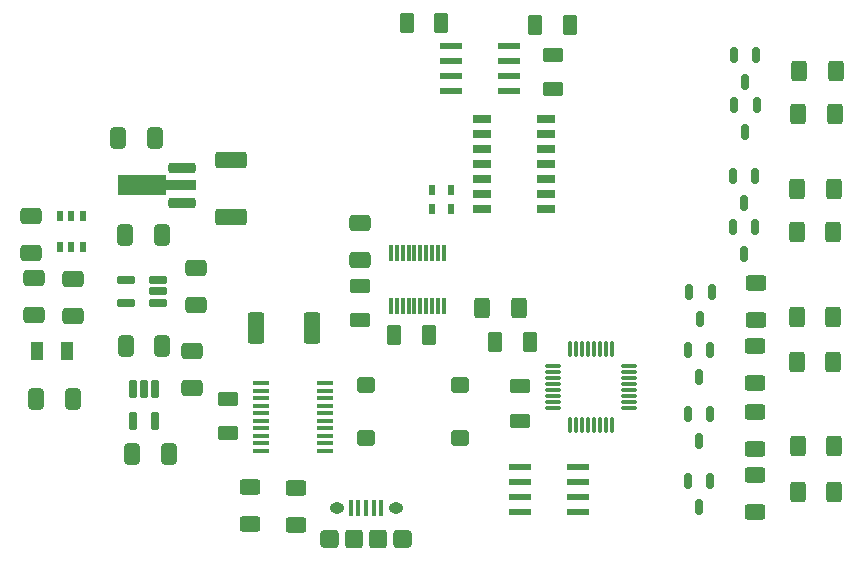
<source format=gbr>
%TF.GenerationSoftware,KiCad,Pcbnew,9.0.4*%
%TF.CreationDate,2025-11-21T01:18:50-06:00*%
%TF.ProjectId,LV Sensor,4c562053-656e-4736-9f72-2e6b69636164,rev?*%
%TF.SameCoordinates,Original*%
%TF.FileFunction,Paste,Top*%
%TF.FilePolarity,Positive*%
%FSLAX46Y46*%
G04 Gerber Fmt 4.6, Leading zero omitted, Abs format (unit mm)*
G04 Created by KiCad (PCBNEW 9.0.4) date 2025-11-21 01:18:50*
%MOMM*%
%LPD*%
G01*
G04 APERTURE LIST*
G04 Aperture macros list*
%AMRoundRect*
0 Rectangle with rounded corners*
0 $1 Rounding radius*
0 $2 $3 $4 $5 $6 $7 $8 $9 X,Y pos of 4 corners*
0 Add a 4 corners polygon primitive as box body*
4,1,4,$2,$3,$4,$5,$6,$7,$8,$9,$2,$3,0*
0 Add four circle primitives for the rounded corners*
1,1,$1+$1,$2,$3*
1,1,$1+$1,$4,$5*
1,1,$1+$1,$6,$7*
1,1,$1+$1,$8,$9*
0 Add four rect primitives between the rounded corners*
20,1,$1+$1,$2,$3,$4,$5,0*
20,1,$1+$1,$4,$5,$6,$7,0*
20,1,$1+$1,$6,$7,$8,$9,0*
20,1,$1+$1,$8,$9,$2,$3,0*%
%AMFreePoly0*
4,1,9,5.362500,-0.866500,1.237500,-0.866500,1.237500,-0.450000,-1.237500,-0.450000,-1.237500,0.450000,1.237500,0.450000,1.237500,0.866500,5.362500,0.866500,5.362500,-0.866500,5.362500,-0.866500,$1*%
G04 Aperture macros list end*
%ADD10O,1.400000X0.299999*%
%ADD11O,0.299999X1.400000*%
%ADD12RoundRect,0.250000X-0.525000X-0.400000X0.525000X-0.400000X0.525000X0.400000X-0.525000X0.400000X0*%
%ADD13RoundRect,0.150000X-0.150000X0.512500X-0.150000X-0.512500X0.150000X-0.512500X0.150000X0.512500X0*%
%ADD14RoundRect,0.250000X-0.400000X-0.625000X0.400000X-0.625000X0.400000X0.625000X-0.400000X0.625000X0*%
%ADD15R,0.300000X1.425000*%
%ADD16RoundRect,0.145000X-0.740000X0.435000X-0.740000X-0.435000X0.740000X-0.435000X0.740000X0.435000X0*%
%ADD17RoundRect,0.145000X0.740000X-0.435000X0.740000X0.435000X-0.740000X0.435000X-0.740000X-0.435000X0*%
%ADD18RoundRect,0.225000X0.925000X0.225000X-0.925000X0.225000X-0.925000X-0.225000X0.925000X-0.225000X0*%
%ADD19FreePoly0,180.000000*%
%ADD20RoundRect,0.250000X-0.650000X0.412500X-0.650000X-0.412500X0.650000X-0.412500X0.650000X0.412500X0*%
%ADD21RoundRect,0.250000X0.625000X-0.400000X0.625000X0.400000X-0.625000X0.400000X-0.625000X-0.400000X0*%
%ADD22R,1.460500X0.355600*%
%ADD23R,0.508000X0.901700*%
%ADD24RoundRect,0.145000X-0.435000X-0.740000X0.435000X-0.740000X0.435000X0.740000X-0.435000X0.740000X0*%
%ADD25R,1.981200X0.558800*%
%ADD26RoundRect,0.250000X0.412500X0.650000X-0.412500X0.650000X-0.412500X-0.650000X0.412500X-0.650000X0*%
%ADD27R,1.000000X1.500000*%
%ADD28RoundRect,0.249999X-0.450001X-1.075001X0.450001X-1.075001X0.450001X1.075001X-0.450001X1.075001X0*%
%ADD29RoundRect,0.250000X-0.412500X-0.650000X0.412500X-0.650000X0.412500X0.650000X-0.412500X0.650000X0*%
%ADD30RoundRect,0.250000X0.650000X-0.412500X0.650000X0.412500X-0.650000X0.412500X-0.650000X-0.412500X0*%
%ADD31R,0.599200X0.954800*%
%ADD32RoundRect,0.162500X-0.162500X0.617500X-0.162500X-0.617500X0.162500X-0.617500X0.162500X0.617500X0*%
%ADD33RoundRect,0.162500X0.617500X0.162500X-0.617500X0.162500X-0.617500X-0.162500X0.617500X-0.162500X0*%
%ADD34RoundRect,0.249999X-1.075001X0.450001X-1.075001X-0.450001X1.075001X-0.450001X1.075001X0.450001X0*%
%ADD35R,1.500000X0.650000*%
%ADD36RoundRect,0.250000X0.400000X0.625000X-0.400000X0.625000X-0.400000X-0.625000X0.400000X-0.625000X0*%
%ADD37O,0.890000X1.550000*%
%ADD38O,1.250000X0.950000*%
%ADD39RoundRect,0.100000X-0.100000X-0.575000X0.100000X-0.575000X0.100000X0.575000X-0.100000X0.575000X0*%
%ADD40RoundRect,0.250000X-0.475000X-0.525000X0.475000X-0.525000X0.475000X0.525000X-0.475000X0.525000X0*%
%ADD41RoundRect,0.250000X-0.500000X-0.525000X0.500000X-0.525000X0.500000X0.525000X-0.500000X0.525000X0*%
G04 APERTURE END LIST*
D10*
%TO.C,U7*%
X202100001Y-86700002D03*
X202100001Y-86200000D03*
X202100001Y-85700001D03*
X202100001Y-85200002D03*
X202100001Y-84700000D03*
X202100001Y-84200002D03*
X202100001Y-83700000D03*
X202100001Y-83200001D03*
D11*
X200650002Y-81750001D03*
X200150000Y-81750001D03*
X199650001Y-81750001D03*
X199150002Y-81750001D03*
X198650000Y-81750001D03*
X198150002Y-81750001D03*
X197650000Y-81750001D03*
X197150001Y-81750001D03*
D10*
X195700001Y-83200001D03*
X195700001Y-83700000D03*
X195700001Y-84200002D03*
X195700001Y-84700000D03*
X195700001Y-85200002D03*
X195700001Y-85700001D03*
X195700001Y-86200000D03*
X195700001Y-86700002D03*
D11*
X197150001Y-88150001D03*
X197650000Y-88150001D03*
X198150002Y-88150001D03*
X198650000Y-88150001D03*
X199150002Y-88150001D03*
X199650001Y-88150001D03*
X200150000Y-88150001D03*
X200650002Y-88150001D03*
%TD*%
D12*
%TO.C,SW1*%
X187780000Y-89250000D03*
X179820000Y-89250000D03*
X187780000Y-84750000D03*
X179820000Y-84750000D03*
%TD*%
D13*
%TO.C,D7*%
X211862500Y-73687500D03*
X210912500Y-71412500D03*
X212812500Y-71412500D03*
%TD*%
D14*
%TO.C,R12*%
X219400000Y-71800000D03*
X216300000Y-71800000D03*
%TD*%
%TO.C,R14*%
X219450000Y-68200000D03*
X216350000Y-68200000D03*
%TD*%
D13*
%TO.C,D8*%
X211862500Y-69337500D03*
X210912500Y-67062500D03*
X212812500Y-67062500D03*
%TD*%
D15*
%TO.C,IC5*%
X181950000Y-78062000D03*
X182450000Y-78062000D03*
X182950000Y-78062000D03*
X183450000Y-78062000D03*
X183950000Y-78062000D03*
X184450000Y-78062000D03*
X184950000Y-78062000D03*
X185450000Y-78062000D03*
X185950000Y-78062000D03*
X186450000Y-78062000D03*
X186450000Y-73638000D03*
X185950000Y-73638000D03*
X185450000Y-73638000D03*
X184950000Y-73638000D03*
X184450000Y-73638000D03*
X183950000Y-73638000D03*
X183450000Y-73638000D03*
X182950000Y-73638000D03*
X182450000Y-73638000D03*
X181950000Y-73638000D03*
%TD*%
D16*
%TO.C,C1*%
X195650000Y-56847000D03*
X195650000Y-59753000D03*
%TD*%
D17*
%TO.C,C17*%
X192900000Y-84897000D03*
X192900000Y-87803000D03*
%TD*%
D18*
%TO.C,IC2*%
X164250000Y-69362500D03*
D19*
X164162500Y-67862500D03*
D18*
X164250000Y-66362500D03*
%TD*%
D20*
%TO.C,C22*%
X151500000Y-70437500D03*
X151500000Y-73562500D03*
%TD*%
D21*
%TO.C,R2*%
X170050000Y-96550001D03*
X170050000Y-93449999D03*
%TD*%
D22*
%TO.C,U3*%
X170925850Y-84642499D03*
X170925850Y-85277500D03*
X170925850Y-85912500D03*
X170925850Y-86547500D03*
X170925850Y-87182501D03*
X170925850Y-87817499D03*
X170925850Y-88452500D03*
X170925850Y-89087500D03*
X170925850Y-89722500D03*
X170925850Y-90357501D03*
X176374150Y-90357501D03*
X176374150Y-89722500D03*
X176374150Y-89087500D03*
X176374150Y-88452500D03*
X176374150Y-87817499D03*
X176374150Y-87182501D03*
X176374150Y-86547500D03*
X176374150Y-85912500D03*
X176374150Y-85277500D03*
X176374150Y-84642499D03*
%TD*%
D23*
%TO.C,U0*%
X155850001Y-70498250D03*
X154900000Y-70498250D03*
X153949999Y-70498250D03*
X153949999Y-73101750D03*
X154900000Y-73101750D03*
X155850001Y-73101750D03*
%TD*%
D13*
%TO.C,D5*%
X212912500Y-61062500D03*
X211012500Y-61062500D03*
X211962500Y-63337500D03*
%TD*%
%TO.C,D6*%
X212900000Y-56862500D03*
X211000000Y-56862500D03*
X211950000Y-59137500D03*
%TD*%
D20*
%TO.C,C23*%
X155000000Y-75787500D03*
X155000000Y-78912500D03*
%TD*%
D24*
%TO.C,C4*%
X182247000Y-80550000D03*
X185153000Y-80550000D03*
%TD*%
D16*
%TO.C,C9*%
X168200000Y-85947000D03*
X168200000Y-88853000D03*
%TD*%
D25*
%TO.C,U9*%
X191963800Y-59855000D03*
X191963800Y-58585000D03*
X191963800Y-57315000D03*
X191963800Y-56045000D03*
X187036200Y-56045000D03*
X187036200Y-57315000D03*
X187036200Y-58585000D03*
X187036200Y-59855000D03*
%TD*%
D20*
%TO.C,C10*%
X165450000Y-74887500D03*
X165450000Y-78012500D03*
%TD*%
D25*
%TO.C,U8*%
X192886200Y-91695000D03*
X192886200Y-92965000D03*
X192886200Y-94235000D03*
X192886200Y-95505000D03*
X197813800Y-95505000D03*
X197813800Y-94235000D03*
X197813800Y-92965000D03*
X197813800Y-91695000D03*
%TD*%
D26*
%TO.C,C13*%
X163162500Y-90600000D03*
X160037500Y-90600000D03*
%TD*%
D14*
%TO.C,R1*%
X189699999Y-78250000D03*
X192800001Y-78250000D03*
%TD*%
D21*
%TO.C,R3*%
X173900000Y-96600001D03*
X173900000Y-93499999D03*
%TD*%
D27*
%TO.C,L1*%
X152000000Y-81900000D03*
X154500000Y-81900000D03*
%TD*%
D28*
%TO.C,R24*%
X170500000Y-79950000D03*
X175300000Y-79950000D03*
%TD*%
D29*
%TO.C,C3*%
X158837500Y-63850000D03*
X161962500Y-63850000D03*
%TD*%
D30*
%TO.C,C12*%
X165150000Y-85012500D03*
X165150000Y-81887500D03*
%TD*%
%TO.C,C5*%
X179300000Y-74212500D03*
X179300000Y-71087500D03*
%TD*%
D31*
%TO.C,U6*%
X185425000Y-69903000D03*
X187075000Y-69903000D03*
X187075000Y-68248200D03*
X185425000Y-68248200D03*
%TD*%
D20*
%TO.C,C24*%
X151750000Y-75737500D03*
X151750000Y-78862500D03*
%TD*%
D16*
%TO.C,C8*%
X179300000Y-76397000D03*
X179300000Y-79303000D03*
%TD*%
D32*
%TO.C,IC4*%
X162000000Y-85100000D03*
X161050000Y-85100000D03*
X160100000Y-85100000D03*
X160100000Y-87800000D03*
X162000000Y-87800000D03*
%TD*%
D33*
%TO.C,IC3*%
X162250000Y-77800000D03*
X162250000Y-76850000D03*
X162250000Y-75900000D03*
X159550000Y-75900000D03*
X159550000Y-77800000D03*
%TD*%
D24*
%TO.C,C7*%
X190797000Y-81100000D03*
X193703000Y-81100000D03*
%TD*%
D14*
%TO.C,R8*%
X216450000Y-61800000D03*
X219550000Y-61800000D03*
%TD*%
D29*
%TO.C,C6*%
X159437500Y-72100000D03*
X162562500Y-72100000D03*
%TD*%
D24*
%TO.C,C2*%
X183297000Y-54150000D03*
X186203000Y-54150000D03*
%TD*%
D29*
%TO.C,C11*%
X159487500Y-81500000D03*
X162612500Y-81500000D03*
%TD*%
D34*
%TO.C,R9*%
X168400000Y-65750000D03*
X168400000Y-70550000D03*
%TD*%
D24*
%TO.C,C21*%
X197103000Y-54300000D03*
X194197000Y-54300000D03*
%TD*%
D35*
%TO.C,IC1*%
X189700000Y-62240000D03*
X189700000Y-63510000D03*
X189700000Y-64780000D03*
X189700000Y-66050000D03*
X189700000Y-67320000D03*
X189700000Y-68590000D03*
X189700000Y-69860000D03*
X195100000Y-69860000D03*
X195100000Y-68590000D03*
X195100000Y-67320000D03*
X195100000Y-66050000D03*
X195100000Y-64780000D03*
X195100000Y-63510000D03*
X195100000Y-62240000D03*
%TD*%
D26*
%TO.C,C25*%
X155012500Y-86000000D03*
X151887500Y-86000000D03*
%TD*%
D14*
%TO.C,R10*%
X216500000Y-58150000D03*
X219600000Y-58150000D03*
%TD*%
D21*
%TO.C,R7*%
X212750000Y-84600000D03*
X212750000Y-81500000D03*
%TD*%
%TO.C,R4*%
X212850000Y-79250000D03*
X212850000Y-76150000D03*
%TD*%
D14*
%TO.C,R5*%
X216300000Y-79000000D03*
X219400000Y-79000000D03*
%TD*%
D21*
%TO.C,R22*%
X212800000Y-92400000D03*
X212800000Y-95500000D03*
%TD*%
%TO.C,R21*%
X212750000Y-87100000D03*
X212750000Y-90200000D03*
%TD*%
D14*
%TO.C,R20*%
X216400000Y-89900000D03*
X219500000Y-89900000D03*
%TD*%
D13*
%TO.C,D4*%
X209012500Y-92862500D03*
X207112500Y-92862500D03*
X208062500Y-95137500D03*
%TD*%
D36*
%TO.C,R23*%
X216400000Y-93800000D03*
X219500000Y-93800000D03*
%TD*%
%TO.C,R6*%
X219400000Y-82800000D03*
X216300000Y-82800000D03*
%TD*%
D13*
%TO.C,D1*%
X209100000Y-76912500D03*
X207200000Y-76912500D03*
X208150000Y-79187500D03*
%TD*%
%TO.C,D3*%
X208062500Y-89537500D03*
X207112500Y-87262500D03*
X209012500Y-87262500D03*
%TD*%
%TO.C,D2*%
X209012500Y-81812500D03*
X207112500Y-81812500D03*
X208062500Y-84087500D03*
%TD*%
D37*
%TO.C,J16*%
X176350000Y-97850000D03*
D38*
X177350000Y-95150000D03*
X182350000Y-95150000D03*
D37*
X183350000Y-97850000D03*
D39*
X178550000Y-95150000D03*
X179200000Y-95150000D03*
X179850000Y-95150000D03*
X180500000Y-95150000D03*
X181150000Y-95150000D03*
D40*
X176825000Y-97850000D03*
D41*
X178850000Y-97850000D03*
X180850000Y-97850000D03*
D40*
X182875000Y-97850000D03*
%TD*%
M02*

</source>
